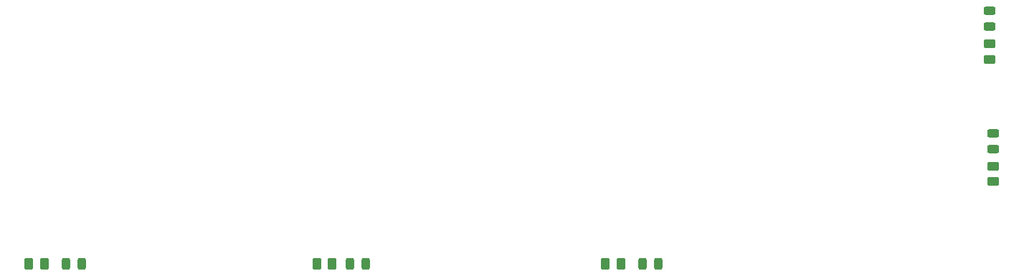
<source format=gbr>
%TF.GenerationSoftware,KiCad,Pcbnew,8.0.5*%
%TF.CreationDate,2024-09-21T15:40:57-07:00*%
%TF.ProjectId,Power_PCB,506f7765-725f-4504-9342-2e6b69636164,rev?*%
%TF.SameCoordinates,Original*%
%TF.FileFunction,Paste,Top*%
%TF.FilePolarity,Positive*%
%FSLAX46Y46*%
G04 Gerber Fmt 4.6, Leading zero omitted, Abs format (unit mm)*
G04 Created by KiCad (PCBNEW 8.0.5) date 2024-09-21 15:40:57*
%MOMM*%
%LPD*%
G01*
G04 APERTURE LIST*
G04 Aperture macros list*
%AMRoundRect*
0 Rectangle with rounded corners*
0 $1 Rounding radius*
0 $2 $3 $4 $5 $6 $7 $8 $9 X,Y pos of 4 corners*
0 Add a 4 corners polygon primitive as box body*
4,1,4,$2,$3,$4,$5,$6,$7,$8,$9,$2,$3,0*
0 Add four circle primitives for the rounded corners*
1,1,$1+$1,$2,$3*
1,1,$1+$1,$4,$5*
1,1,$1+$1,$6,$7*
1,1,$1+$1,$8,$9*
0 Add four rect primitives between the rounded corners*
20,1,$1+$1,$2,$3,$4,$5,0*
20,1,$1+$1,$4,$5,$6,$7,0*
20,1,$1+$1,$6,$7,$8,$9,0*
20,1,$1+$1,$8,$9,$2,$3,0*%
G04 Aperture macros list end*
%ADD10RoundRect,0.243750X0.243750X0.456250X-0.243750X0.456250X-0.243750X-0.456250X0.243750X-0.456250X0*%
%ADD11RoundRect,0.243750X-0.456250X0.243750X-0.456250X-0.243750X0.456250X-0.243750X0.456250X0.243750X0*%
%ADD12RoundRect,0.250000X0.450000X-0.262500X0.450000X0.262500X-0.450000X0.262500X-0.450000X-0.262500X0*%
%ADD13RoundRect,0.250000X-0.262500X-0.450000X0.262500X-0.450000X0.262500X0.450000X-0.262500X0.450000X0*%
G04 APERTURE END LIST*
D10*
%TO.C,D5*%
X56347500Y-80000000D03*
X54472500Y-80000000D03*
%TD*%
D11*
%TO.C,D2*%
X163500000Y-50125000D03*
X163500000Y-52000000D03*
%TD*%
D12*
%TO.C,R1*%
X164000000Y-70325000D03*
X164000000Y-68500000D03*
%TD*%
D13*
%TO.C,R3*%
X118175000Y-80000000D03*
X120000000Y-80000000D03*
%TD*%
%TO.C,R4*%
X84087500Y-80000000D03*
X85912500Y-80000000D03*
%TD*%
D10*
%TO.C,D3*%
X124435000Y-80000000D03*
X122560000Y-80000000D03*
%TD*%
%TO.C,D4*%
X89912500Y-80000000D03*
X88037500Y-80000000D03*
%TD*%
D13*
%TO.C,R5*%
X50087500Y-80000000D03*
X51912500Y-80000000D03*
%TD*%
D11*
%TO.C,D1*%
X163955000Y-64652500D03*
X163955000Y-66527500D03*
%TD*%
D12*
%TO.C,R2*%
X163500000Y-55885000D03*
X163500000Y-54060000D03*
%TD*%
M02*

</source>
